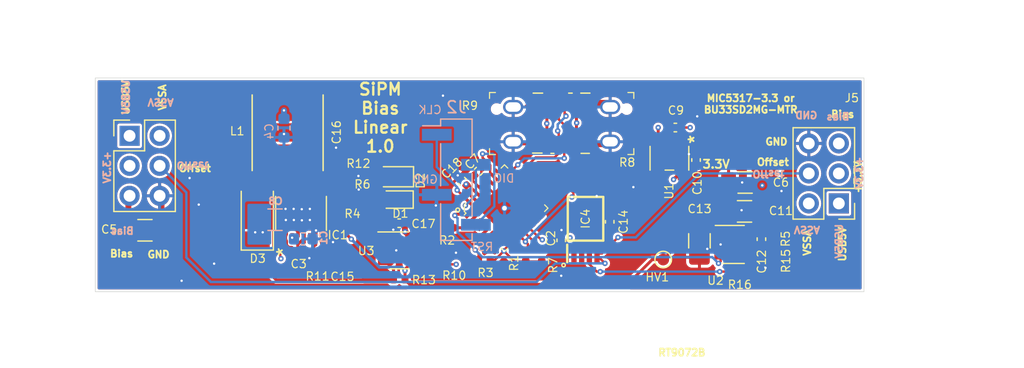
<source format=kicad_pcb>
(kicad_pcb (version 20211014) (generator pcbnew)
  (layers (0 "F.Cu" signal) (1 "In1.Cu" signal "GND") (2 "In2.Cu" signal "PWR") (31 "B.Cu" signal) (34 "B.Paste" user) (35 "F.Paste" user) (36 "B.SilkS" user "B.Silkscreen") (37 "F.SilkS" user "F.Silkscreen") (38 "B.Mask" user) (39 "F.Mask" user) (44 "Edge.Cuts" user))
  (net 0 "")
  (net 1 "GND")
  (net 2 "/~{SHDN}")
  (net 3 "+5V")
  (net 4 "/SWDIO")
  (net 5 "/SWCLK")
  (net 6 "+3V3")
  (net 7 "Net-(C7-Pad1)")
  (net 8 "/RESET")
  (net 9 "/USB_DP")
  (net 10 "/BIAS")
  (net 11 "/SCL")
  (net 12 "/SDA")
  (net 13 "/USB_DN")
  (net 14 "/OFFSET")
  (net 15 "Net-(J4-PadB5)")
  (net 16 "Net-(J4-PadA5)")
  (net 18 "/gain")
  (net 19 "Net-(C12-Pad2)")
  (net 20 "Net-(C14-Pad2)")
  (net 51 "Net-(C3-Pad2)")
  (net 52 "Net-(C8-Pad1)")
  (net 53 "Net-(C15-Pad2)")
  (net 54 "Net-(C16-Pad2)")
  (net 55 "/FBX")
  (net 56 "Net-(D1-Pad2)")
  (net 57 "Net-(D3-Pad2)")
  (net 59 "Net-(IC1-Pad8)")
  (net 60 "Net-(IC1-Pad10)")
  (net 62 "/BOOST_OUT")
  (net 63 "/Boost_Gain")
  (net 64 "/LDO_SHDN")
  (footprint "footprints:R_0402_1005Metric" (layer "F.Cu") (at 181.262936 103.20432)
    (fp_text reference "R6")
    (fp_text value "52.3k")
  )
  (footprint "footprints:R_0402_1005Metric" (layer "F.Cu") (at 189.922 109.04 90)
    (fp_text reference "R10")
    (fp_text value "5.1k")
  )
  (footprint "footprints:R_0402_1005Metric" (layer "F.Cu") (at 205.197 102.065)
    (fp_text reference "R8")
    (fp_text value "5.1k")
  )
  (footprint "footprints:R_0402_1005Metric" (layer "F.Cu") (at 189.992 106.426 180)
    (fp_text reference "R2")
    (fp_text value "69.8k")
  )
  (footprint "footprints:R_0402_1005Metric" (layer "F.Cu") (at 191.897 94.915 180)
    (fp_text reference "R9")
    (fp_text value "5.1k")
  )
  (footprint "footprints:R_0402_1005Metric" (layer "F.Cu") (at 197.972 108.8 90)
    (fp_text reference "R7")
    (fp_text value "5.1k")
  )
  (footprint "footprints:LT8364IMSE-PBF" (layer "F.Cu") (at 177.618536 105.21022 90)
    (fp_text reference "IC1")
    (fp_text value "LT8364EMSE#TRPBF" hide)
  )
  (footprint "Capacitor_SMD:C_0402_1005Metric" (layer "F.Cu") (at 192.622 101.64 45)
    (fp_text reference "C7")
    (fp_text value "2.2u")
  )
  (footprint "Capacitor_SMD:C_0402_1005Metric" (layer "F.Cu") (at 199.622 107.49 90)
    (fp_text reference "C2")
    (fp_text value "2.2u")
  )
  (footprint "footprints:R_0402_1005Metric" (layer "F.Cu") (at 196.622 108.79 90)
    (fp_text reference "R1")
    (fp_text value "5.1k")
  )
  (footprint "footprints:QFN-32-1EP_5x5mm_Pitch0.5mm" (layer "F.Cu") (at 195.508228 104.71759 45)
    (fp_text reference "IC2" hide)
    (fp_text value "ATSAMD21E18A-MUT" hide)
  )
  (footprint "footprints:IND_ETQP4M3R3KFN" (layer "F.Cu") (at 176.487936 98.38182 90)
    (fp_text reference "L1")
    (fp_text value "3.3uH")
  )
  (footprint "digikey-footprints:USB-C_Female_Vert_DX07S024WJ3R400" (layer "F.Cu") (at 199.65924 96.37268)
    (fp_text reference "J4" hide)
    (fp_text value "DX07S024WJ3R400" hide)
  )
  (footprint "Capacitor_SMD:C_0402_1005Metric" (layer "F.Cu") (at 209.272 97.94 180)
    (fp_text reference "C9")
    (fp_text value "2.2u")
  )
  (footprint "footprints:R_0402_1005Metric" (layer "F.Cu") (at 185.9275 110.819 180)
    (fp_text reference "R13")
    (fp_text value "0.68")
  )
  (footprint "footprints:R_0402_1005Metric" (layer "F.Cu") (at 179.332536 109.02092 90)
    (fp_text reference "R11")
    (fp_text value "36.5k")
  )
  (footprint "Diode_SMD:D_SOD-128" (layer "F.Cu") (at 173.922336 105.23632 90)
    (fp_text reference "D3")
    (fp_text value "PMEG6030EP")
  )
  (footprint "footprints:PinHeader_2x03_P2.54mm_Vertical" (layer "F.Cu") (at 163.122 98.64)
    (fp_text reference "J3" hide)
    (fp_text value "Conn_01x06")
  )
  (footprint "footprints:R_0402_1005Metric" (layer "F.Cu") (at 193.122 109.14)
    (fp_text reference "R3")
    (fp_text value "5.1k")
  )
  (footprint "Capacitor_SMD:C_0402_1005Metric" (layer "F.Cu") (at 216.55 107.39 -90)
    (fp_text reference "C12")
    (fp_text value "25pF")
  )
  (footprint "footprints:R_0402_1005Metric" (layer "F.Cu") (at 217.65 109.43 -90)
    (fp_text reference "R15")
    (fp_text value "48.7k")
  )
  (footprint "Capacitor_SMD:C_0402_1005Metric" (layer "F.Cu") (at 211.022 100.69 90)
    (fp_text reference "C10")
    (fp_text value "2.2u")
  )
  (footprint "Capacitor_SMD:C_1206_3216Metric" (layer "F.Cu") (at 164.422 106.64)
    (fp_text reference "C5")
    (fp_text value "2.2uF")
  )
  (footprint "Diode_SMD:D_SOD-323F" (layer "F.Cu") (at 185.634 102.106 180)
    (fp_text reference "D2")
    (fp_text value "1N4148WS")
  )
  (footprint "footprints:C_0402_1005Metric" (layer "F.Cu") (at 180.348536 109.02092 -90)
    (fp_text reference "C15")
    (fp_text value "2.2n")
  )
  (footprint "footprints:C_0402_1005Metric" (layer "F.Cu") (at 180.656536 100.46372 -90)
    (fp_text reference "C16")
    (fp_text value "10n")
  )
  (footprint "Capacitor_SMD:C_0402_1005Metric" (layer "F.Cu") (at 185.922 106.04 180)
    (fp_text reference "C17")
    (fp_text value "2.2u")
  )
  (footprint "footprints:MIC5317-3.3YM5-TR" (layer "F.Cu") (at 208.772 100.54 -90)
    (fp_text reference "U1")
    (fp_text value "MIC5317-3.3YM5-TR" hide)
  )
  (footprint "Package_TO_SOT_SMD:SOT-23-6" (layer "F.Cu") (at 185.922 108.34)
    (fp_text reference "U3")
    (fp_text value "MCP6C02T-020E/CHY")
  )
  (footprint "Capacitor_SMD:C_1206_3216Metric" (layer "F.Cu") (at 215.122 105.04 180)
    (fp_text reference "C11")
    (fp_text value "2.2uF")
  )
  (footprint "footprints:C_0402_1005Metric" (layer "F.Cu") (at 177.884736 108.46212 180)
    (fp_text reference "C3")
    (fp_text value "1u")
  )
  (footprint "footprints:R_0402_1005Metric" (layer "F.Cu") (at 180.602536 104.94372 90)
    (fp_text reference "R4")
    (fp_text value "1M")
  )
  (footprint "Capacitor_SMD:C_1206_3216Metric" (layer "F.Cu") (at 211.308 107.53 -90)
    (fp_text reference "C13")
    (fp_text value "2.2uF")
  )
  (footprint "Capacitor_SMD:C_1206_3216Metric" (layer "F.Cu") (at 215.172 102.59 180)
    (fp_text reference "C6")
    (fp_text value "2.2uF")
  )
  (footprint "footprints:R_0402_1005Metric" (layer "F.Cu") (at 214.622 110.18 180)
    (fp_text reference "R16")
    (fp_text value "48.7k")
  )
  (footprint "Capacitor_SMD:C_0402_1005Metric" (layer "F.Cu") (at 203.722 105.92 -90)
    (fp_text reference "C14")
    (fp_text value "2.2u")
  )
  (footprint "TestPoint:TestPoint_Pad_D1.0mm" (layer "F.Cu") (at 208.247 109.115)
    (fp_text reference "HV1")
    (fp_text value "TestPoint")
  )
  (footprint "Package_TO_SOT_SMD:SOT-23-5" (layer "F.Cu") (at 214.2 107.84)
    (fp_text reference "U2")
    (fp_text value "RT9072B")
  )
  (footprint "footprints:R_0402_1005Metric" (layer "F.Cu") (at 217.6 107.39 -90)
    (fp_text reference "R5")
    (fp_text value "1M")
  )
  (footprint "footprints:PinHeader_2x03_P2.54mm_Vertical" (layer "F.Cu") (at 223.097 104.365 180)
    (fp_text reference "J5")
    (fp_text value "Conn_01x06")
  )
  (footprint "Capacitor_SMD:C_0402_1005Metric" (layer "F.Cu") (at 191.272 102.49 -45)
    (fp_text reference "C18")
    (fp_text value "2.2u")
  )
  (footprint "footprints:SOP65P640X120-8N" (layer "F.Cu") (at 201.676 105.664 90)
    (fp_text reference "IC4")
    (fp_text value "MCP47FEB22A2-E_ST" hide)
  )
  (footprint "footprints:R_0402_1005Metric" (layer "F.Cu") (at 181.288336 102.03592)
    (fp_text reference "R12")
    (fp_text value "45.3k")
  )
  (footprint "Diode_SMD:D_0603_1608Metric" (layer "F.Cu") (at 185.622 104.04 180)
    (fp_text reference "D1")
    (fp_text value "TSZU52C4V7")
  )
  (footprint "footprints:C_0603_1608Metric" (layer "B.Cu") (at 176.177736 97.98792 -90)
    (fp_text reference "C4")
    (fp_text value "22u" hide)
  )
  (footprint "Capacitor_SMD:C_1206_3216Metric" (layer "B.Cu") (at 175.420936 105.74432)
    (fp_text reference "C8")
    (fp_text value "2.2uF" hide)
  )
  (footprint "footprints:C_0603_1608Metric" (layer "B.Cu") (at 177.808536 107.36992)
    (fp_text reference "C1")
    (fp_text value "22u" hide)
  )
  (footprint "Connector_PinHeader_2.54mm:PinHeader_1x04_P2.54mm_Vertical_SMD_Pin1Right" (layer "B.Cu") (at 190.754 102.362 180)
    (fp_text reference "J2")
    (fp_text value "Conn_01x04")
  )
  (gr_circle (center 199.822 109.59) (end 199.947 109.665) (layer "F.SilkS") (width 0.12) (fill none))
  (gr_line (start 200.25 95.025) (end 200.55 95.025) (layer "F.SilkS") (width 0.12))
  (gr_line (start 198.75 100.125) (end 199 100.125) (layer "F.SilkS") (width 0.12))
  (gr_circle (center 190.872 104.915) (end 190.997 105.015) (layer "F.SilkS") (width 0.12) (fill none))
  (gr_line (start 197.25 95.025) (end 198.05 95.025) (layer "F.SilkS") (width 0.12))
  (gr_line (start 197.2 100.1) (end 198 100.1) (layer "F.SilkS") (width 0.12))
  (gr_line (start 201.275 95.025) (end 202.05 95.025) (layer "F.SilkS") (width 0.12))
  (gr_line (start 201.3 100.125) (end 202 100.125) (layer "F.SilkS") (width 0.12))
  (gr_rect (start 225.222 111.84) (end 160.222 93.74) (layer "Edge.Cuts") (width 0.05) (fill none))
  (gr_text "RST" (at 192.922 108.04) (layer "B.SilkS") (effects (font (size 0.7 0.7) (thickness 0.1)) (justify mirror)))
  (gr_text "GND" (at 188.122 102.34) (layer "B.SilkS") (effects (font (size 0.7 0.7) (thickness 0.1)) (justify mirror)))
  (gr_text "Bias" (at 223.022 97.015) (layer "B.SilkS") (effects (font (size 0.6 0.6)) (justify mirror)))
  (gr_text "+3.3V" (at 161.222 101.315 90) (layer "B.SilkS") (effects (font (size 0.6 0.6)) (justify mirror)))
  (gr_text "GND" (at 220.347 96.915) (layer "B.SilkS") (effects (font (size 0.6 0.6)) (justify mirror)))
  (gr_text "Offset" (at 168.447 101.14 180) (layer "B.SilkS") (effects (font (size 0.6 0.6)) (justify mirror)))
  (gr_text "CLK" (at 188.522 96.44) (layer "B.SilkS") (effects (font (size 0.7 0.7) (thickness 0.1)) (justify mirror)))
  (gr_text "+3.3V" (at 224.822 101.765 90) (layer "B.SilkS") (effects (font (size 0.6 0.6)) (justify mirror)))
  (gr_text "VSSA" (at 220.397 106.59 180) (layer "B.SilkS") (effects (font (size 0.6 0.6)) (justify mirror)))
  (gr_text "DIO" (at 194.772 102.24) (layer "B.SilkS") (effects (font (size 0.7 0.7) (thickness 0.1)) (justify mirror)))
  (gr_text "Offset" (at 217.147 101.865 180) (layer "B.SilkS") (effects (font (size 0.6 0.6)) (justify mirror)))
  (gr_text "Bias" (at 162.497 106.69) (layer "B.SilkS") (effects (font (size 0.6 0.6)) (justify mirror)))
  (gr_text "USB5V" (at 223.122 107.565 90) (layer "B.SilkS") (effects (font (size 0.6 0.6)) (justify mirror)))
  (gr_text "USB5V" (at 162.822 95.365 90) (layer "B.SilkS") (effects (font (size 0.6 0.6)) (justify mirror)))
  (gr_text "VSSA" (at 165.747 95.79 180) (layer "B.SilkS") (effects (font (size 0.6 0.6)) (justify mirror)))
  (gr_text "USB5V" (at 162.797 95.39 90) (layer "F.SilkS") (effects (font (size 0.6 0.6))))
  (gr_text "VSSA" (at 220.422 107.69 90) (layer "F.SilkS") (effects (font (size 0.6 0.6))))
  (gr_text "Bias" (at 162.447 108.615) (layer "F.SilkS") (effects (font (size 0.6 0.6))))
  (gr_text "+3.3V" (at 224.722 102.14 90) (layer "F.SilkS") (effects (font (size 0.6 0.6))))
  (gr_text "GND" (at 165.572 108.69) (layer "F.SilkS") (effects (font (size 0.6 0.6))))
  (gr_text "GND" (at 217.822 99.14) (layer "F.SilkS") (effects (font (size 0.6 0.6))))
  (gr_text "Bias" (at 223.422 96.815) (layer "F.SilkS") (effects (font (size 0.6 0.6))))
  (gr_text "SiPM\nBias\nLinear\n1.0" (at 184.322 97.115) (layer "F.SilkS") (effects (font (size 1 1) (thickness 0.2))))
  (gr_text "Offset" (at 168.647 101.39) (layer "F.SilkS") (effects (font (size 0.6 0.6))))
  (gr_text "VSSA" (at 165.897 95.39 90) (layer "F.SilkS") (effects (font (size 0.6 0.6))))
  (gr_text "MIC5317-3.3 or\nBU33SD2MG-MTR" (at 215.647 95.94) (layer "F.SilkS") (effects (font (size 0.6 0.6))))
  (gr_text "Offset" (at 217.522 100.865) (layer "F.SilkS") (effects (font (size 0.6 0.6))))
  (gr_text "USB5V" (at 223.397 107.815 90) (layer "F.SilkS") (effects (font (size 0.6 0.6))))
  (gr_text "RT9072B" (at 209.822 116.99) (layer "F.SilkS") (effects (font (size 0.6 0.6))))
  (gr_text "3.3V" (at 212.722 101.04) (layer "F.SilkS") (effects (font (size 0.7 0.7))))
  (segment (start 195.68854 107.40106) (end 194.822334 106.534854) (width 0.2) (layer "F.Cu") (net 1))
  (segment (start 193.249022 102.840221) (end 194.822334 104.413533) (width 0.2) (layer "F.Cu") (net 1))
  (segment (start 195.55924 96.20268) (end 196.55424 96.20268) (width 0.2) (layer "F.Cu") (net 1))
  (segment (start 196.55424 96.20268) (end 196.90924 95.84768) (width 0.2) (layer "F.Cu") (net 1))
  (segment (start 196.90924 99.34768) (end 195.76424 99.34768) (width 0.2) (layer "F.Cu") (net 1))
  (segment (start 178.369736 108.46212) (end 178.369736 108.952264) (width 0.2) (layer "F.Cu") (net 1))
  (segment (start 208.772 99.17475) (end 208.772 97.92) (width 0.25) (layer "F.Cu") (net 1))
  (segment (start 205.722 102.9825) (end 205.722 102.2475) (width 0.25) (layer "F.Cu") (net 1))
  (segment (start 178.887022 106.478706) (end 177.618536 105.21022) (width 0.25) (layer "F.Cu") (net 1))
  (segment (start 182.472 102.04) (end 182.44572 102.01372) (width 0.2) (layer "F.Cu") (net 1))
  (segment (start 214.872 104.94) (end 213.622 104.94) (width 0.25) (layer "F.Cu") (net 1))
  (segment (start 208.772 99.17475) (end 208.772 99.9137) (width 0.25) (layer "F.Cu") (net 1))
  (segment (start 182.44572 102.01372) (end 181.795536 102.01372) (width 0.2) (layer "F.Cu") (net 1))
  (segment (start 209.0483 100.19) (end 210.422 100.19) (width 0.25) (layer "F.Cu") (net 1))
  (segment (start 202.651 103.611) (end 202.651 102.726) (width 0.2) (layer "F.Cu") (net 1))
  (segment (start 212.4 107.84) (end 213.904022 107.84) (width 0.5) (layer "F.Cu") (net 1))
  (segment (start 213.722 105.29) (end 213.722 102.64) (width 0.2) (layer "F.Cu") (net 1))
  (segment (start 214.922 102.59) (end 213.672 102.59) (width 0.25) (layer "F.Cu") (net 1))
  (segment (start 216.896 109.818) (end 216.993 109.915) (width 0.2) (layer "F.Cu") (net 1))
  (segment (start 178.869486 107.31842) (end 178.869486 107.869276) (width 0.25) (layer "F.Cu") (net 1))
  (segment (start 193.249022 102.840221) (end 192.861411 102.45261) (width 0.2) (layer "F.Cu") (net 1))
  (segment (start 210.442 100.21) (end 210.422 100.19) (width 0.25) (layer "F.Cu") (net 1))
  (segment (start 185.422 106.59) (end 185.422 106.11) (width 0.5) (layer "F.Cu") (net 1))
  (segment (start 202.60232 99.34768) (end 203.554239 99.34768) (width 0.5) (layer "F.Cu") (net 1))
  (segment (start 165.822 106.64) (end 165.822 103.88) (width 0.5) (layer "F.Cu") (net 1))
  (segment (start 180.348536 107.666536) (end 180.322 107.64) (width 0.2) (layer "F.Cu") (net 1))
  (segment (start 202.572 95.79) (end 202.62968 95.84768) (width 0.5) (layer "F.Cu") (net 1))
  (segment (start 192.861411 102.45261) (end 192.861411 101.350589) (width 0.2) (layer "F.Cu") (net 1))
  (segment (start 211.412 108.79) (end 212.362 107.84) (width 0.5) (layer "F.Cu") (net 1))
  (segment (start 178.369736 108.369026) (end 178.869486 107.869276) (width 0.2) (layer "F.Cu") (net 1))
  (segment (start 196.90924 98.57268) (end 196.90924 95.84768) (width 0.2) (layer "F.Cu") (net 1))
  (segment (start 203.722 105.44) (end 203.722 103.797) (width 0.2) (layer "F.Cu") (net 1))
  (segment (start 213.904022 107.84) (end 214.079511 107.664511) (width 0.5) (layer "F.Cu") (net 1))
  (segment (start 202.62968 95.84768) (end 203.404239 95.84768) (width 0.5) (layer "F.Cu") (net 1))
  (segment (start 178.369736 108.952264) (end 178.322 109) (width 0.2) (layer "F.Cu") (net 1))
  (segment (start 180.348536 108.53592) (end 180.348536 107.666536) (width 0.2) (layer "F.Cu") (net 1))
  (segment (start 178.887022 106.649402) (end 178.887022 106.478706) (width 0.25) (layer "F.Cu") (net 1))
  (segment (start 184.7845 108.34) (end 185.672 108.34) (width 0.5) (layer "F.Cu") (net 1))
  (segment (start 216.993 109.915) (end 217.65 109.915) (width 0.2) (layer "F.Cu") (net 1))
  (segment (start 181.747936 103.20432) (end 182.48268 103.20432) (width 0.2) (layer "F.Cu") (net 1))
  (segment (start 178.869486 106.666938) (end 178.887022 106.649402) (width 0.25) (layer "F.Cu") (net 1))
  (segment (start 191.412 94.915) (end 191.087 95.24) (width 0.2) (layer "F.Cu") (net 1))
  (segment (start 182.48268 103.20432) (end 182.497 103.19) (width 0.2) (layer "F.Cu") (net 1))
  (segment (start 189.922 108.555) (end 190.707 108.555) (width 0.2) (layer "F.Cu") (net 1))
  (segment (start 191.087 95.24) (end 189.622 95.24) (width 0.2) (layer "F.Cu") (net 1))
  (segment (start 214.079511 107.664511) (end 214.079511 105.397511) (width 0.5) (layer "F.Cu") (net 1))
  (segment (start 208.772 99.9137) (end 209.0483 100.19) (width 0.25) (layer "F.Cu") (net 1))
  (segment (start 202.55 99.4) (end 202.60232 99.34768) (width 0.5) (layer "F.Cu") (net 1))
  (segment (start 190.707 108.555) (end 190.722 108.54) (width 0.2) (layer "F.Cu") (net 1))
  (segment (start 196.90924 99.34768) (end 196.90924 98.57268) (width 0.2) (layer "F.Cu") (net 1))
  (segment (start 178.869486 107.31842) (end 178.869486 106.666938) (width 0.25) (layer "F.Cu") (net 1))
  (segment (start 211.022 100.21) (end 210.442 100.21) (width 0.25) (layer "F.Cu") (net 1))
  (segment (start 199.644 107.005) (end 199.644 106.618) (width 0.2) (layer "F.Cu") (net 1))
  (segment (start 203.722 103.797) (end 202.651 102.726) (width 0.2) (layer "F.Cu") (net 1))
  (segment (start 212.362 107.84) (end 212.4 107.84) (width 0.5) (layer "F.Cu") (net 1))
  (via (at 211.122 96.99) (size 0.45) (drill 0.2) (layers "F.Cu" "B.Cu") (net 1))
  (via (at 214.922 102.59) (size 0.45) (drill 0.2) (layers "F.Cu" "B.Cu") (net 1))
  (via (at 218.247 103.315) (size 0.45) (drill 0.2) (layers "F.Cu" "B.Cu") (net 1))
  (via (at 190.722 108.54) (size 0.45) (drill 0.2) (layers "F.Cu" "B.Cu") (net 1))
  (via (at 189.622 95.24) (size 0.45) (drill 0.2) (layers "F.Cu" "B.Cu") (net 1))
  (via (at 205.722 102.9825) (size 0.45) (drill 0.2) (layers "F.Cu" "B.Cu") (net 1))
  (via (at 177.012669 105.76972) (size 0.45) (drill 0.2) (layers "F.Cu" "B.Cu") (net 1))
  (via (at 177.690002 105.79512) (size 0.45) (drill 0.2) (layers "F.Cu" "B.Cu") (net 1))
  (via (at 176.335336 105.76972) (size 0.45) (drill 0.2) (layers "F.Cu" "B.Cu") (net 1))
  (via (at 178.367336 104.82992) (size 0.45) (drill 0.2) (layers "F.Cu" "B.Cu") (net 1))
  (via (at 185.422 106.59) (size 0.45) (drill 0.2) (layers "F.Cu" "B.Cu") (net 1))
  (via (at 176.995736 104.82992) (size 0.45) (drill 0.2) (layers "F.Cu" "B.Cu") (net 1))
  (via (at 210.422 100.19) (size 0.45) (drill 0.2) (layers "F.Cu" "B.Cu") (net 1))
  (via (at 170.272 109.465) (size 0.45) (drill 0.2) (layers "F.Cu" "B.Cu") (net 1))
  (via (at 178.322 109) (size 0.45) (drill 0.2) (layers "F.Cu" "B.Cu") (net 1))
  (via (at 176.309936 104.82992) (size 0.45) (drill 0.2) (layers "F.Cu" "B.Cu") (net 1))
  (via (at 185.672 108.34) (size 0.45) (drill 0.2) (layers "F.Cu" "B.Cu") (net 1))
  (via (at 216.896 109.818) (size 0.45) (drill 0.2) (layers "F.Cu" "B.Cu") (net 1))
  (via (at 178.367336 105.76972) (size 0.45) (drill 0.2) (layers "F.Cu" "B.Cu") (net 1))
  (via (at 182.497 103.19) (size 0.45) (drill 0.2) (layers "F.Cu" "B.Cu") (net 1))
  (via (at 211.972 108.215) (size 0.45) (drill 0.2) (layers "F.Cu" "B.Cu") (net 1))
  (via (at 177.681536 104.85532) (size 0.45) (drill 0.2) (layers "F.Cu" "B.Cu") (net 1))
  (via (at 189.022 104.54) (size 0.45) (drill 0.2) (layers "F.Cu" "B.Cu") (net 1))
  (via (at 168.197 102.215) (size 0.45) (drill 0.2) (layers "F.Cu" "B.Cu") (net 1))
  (via (at 214.872 104.94) (size 0.45) (drill 0.2) (layers "F.Cu" "B.Cu") (net 1))
  (via (at 167.522 110.915) (size 0.45) (drill 0.2) (layers "F.Cu" "B.Cu") (net 1))
  (via (at 168.972 104.465) (size 0.45) (drill 0.2) (layers "F.Cu" "B.Cu") (net 1))
  (via (at 213.1 107.84) (size 0.45) (drill 0.2) (layers "F.Cu" "B.Cu") (net 1))
  (via (at 199.622 110.49) (size 0.45) (drill 0.2) (layers "F.Cu" "B.Cu") (net 1))
  (via (at 182.472 102.04) (size 0.45) (drill 0.2) (layers "F.Cu" "B.Cu") (net 1))
  (via (at 199.644 106.618) (size 0.45) (drill 0.2) (layers "F.Cu" "B.Cu") (net 1))
  (via (at 202.622 103.74) (size 0.45) (drill 0.2) (layers "F.Cu" "B.Cu") (net 1))
  (via (at 180.580336 99.64552) (size 0.45) (drill 0.2) (layers "F.Cu" "B.Cu") (net 1))
  (via (at 176.177736 98.48792) (size 0.45) (drill 0.2) (layers "F.Cu" "B.Cu") (net 1))
  (via (at 180.322 107.64) (size 0.45) (drill 0.2) (layers "F.Cu" "B.Cu") (net 1))
  (via (at 178.887022 106.649402) (size 0.45) (drill 0.2) (layers "F.Cu" "B.Cu") (net 1))
  (via (at 190.872 101.99) (size 0.45) (drill 0.2) (layers "F.Cu" "B.Cu") (net 1))
  (segment (start 178.887022 106.649402) (end 178.596036 106.940388) (width 0.25) (layer "B.Cu") (net 1))
  (segment (start 189.022 104.54) (end 189.022 103.709) (width 0.2) (layer "B.Cu") (net 1))
  (segment (start 178.596036 106.940388) (end 178.596036 107.36992) (width 0.25) (layer "B.Cu") (net 1))
  (segment (start 189.922 109.525) (end 190.737 109.525) (width 0.2) (layer "F.Cu") (net 2))
  (segment (start 196.8224 106.3404) (end 197.922 107.44) (width 0.2) (layer "F.Cu") (net 2))
  (segment (start 190.737 109.525) (end 190.7375 109.5245) (width 0.2) (layer "F.Cu") (net 2))
  (segment (start 175.867206 107.31842) (end 175.867206 108.985206) (width 0.2) (layer "F.Cu") (net 2))
  (segment (start 175.867206 108.985206) (end 175.922 109.04) (width 0.2) (layer "F.Cu") (net 2))
  (segment (start 197.922 107.44) (end 198.022 107.44) (width 0.2) (layer "F.Cu") (net 2))
  (segment (start 196.7492 106.3404) (end 196.8224 106.3404) (width 0.2) (layer "F.Cu") (net 2))
  (via (at 175.922 109.04) (size 0.45) (drill 0.2) (layers "F.Cu" "B.Cu") (net 2))
  (via (at 198.022 107.44) (size 0.45) (drill 0.2) (layers "F.Cu" "B.Cu") (net 2))
  (via (at 190.7375 109.5245) (size 0.45) (drill 0.2) (layers "F.Cu" "B.Cu") (net 2))
  (segment (start 200.90924 97.38836) (end 200.90924 95.84768) (width 0.25) (layer "F.Cu") (net 3))
  (segment (start 200.90924 99.34768) (end 200.90924 97.38836) (width 0.25) (layer "F.Cu") (net 3))
  (segment (start 198.40924 99.34768) (end 198.40924 95.84768) (width 0.25) (layer "F.Cu") (net 3))
  (segment (start 186.402 106.7325) (end 186.41575 106.74625) (width 0.5) (layer "F.Cu") (net 3))
  (segment (start 186.41575 106.74625) (end 187.0595 107.39) (width 0.5) (layer "F.Cu") (net 3))
  (segment (start 209.752 97.94) (end 210.522 97.94) (width 0.2) (layer "F.Cu") (net 3))
  (segment (start 186.402 106.09) (end 186.402 106.7325) (width 0.5) (layer "F.Cu") (net 3))
  (segment (start 207.822 97.94) (end 207.821999 99.17475) (width 0.25) (layer "F.Cu") (net 3))
  (segment (start 209.722001 99.17475) (end 209.722001 97.969999) (width 0.25) (layer "F.Cu") (net 3))
  (via (at 198.4 97.6) (size 0.45) (drill 0.2) (layers "F.Cu" "B.Cu") (net 3))
  (via (at 200.925 97.55) (size 0.45) (drill 0.2) (layers "F.Cu" "B.Cu") (net 3))
  (via (at 186.41575 106.74625) (size 0.45) (drill 0.2) (layers "F.Cu" "B.Cu") (net 3))
  (via (at 207.822 97.94) (size 0.45) (drill 0.2) (layers "F.Cu" "B.Cu") (net 3))
  (via (at 176.177736 96.48792) (size 0.45) (drill 0.2) (layers "F.Cu" "B.Cu") (net 3))
  (via (at 176.868736 107.26832) (size 0.45) (drill 0.2) (layers "F.Cu" "B.Cu") (net 3))
  (via (at 210.522 97.94) (size 0.45) (drill 0.2) (layers "F.Cu" "B.Cu") (net 3))
  (segment (start 176.177736 97.20042) (end 176.177736 96.48792) (width 0.5) (layer "B.Cu") (net 3))
  (segment (start 191.807565 104.254435) (end 191.522 104.54) (width 0.2) (layer "F.Cu") (net 4))
  (via (at 191.522 104.54) (size 0.45) (drill 0.2) (layers "F.Cu" "B.Cu") (net 4))
  (segment (start 191.522 104.54) (end 192.409 103.653) (width 0.2) (layer "B.Cu") (net 4))
  (segment (start 192.409 103.653) (end 192.409 101.092) (width 0.2) (layer "B.Cu") (net 4))
  (segment (start 191.13692 103.55492) (end 190.822 103.24) (width 0.2) (layer "F.Cu") (net 5))
  (segment (start 191.8424 103.55492) (end 191.13692 103.55492) (width 0.2) (layer "F.Cu") (net 5))
  (segment (start 192.188362 103.900882) (end 191.8424 103.55492) (width 0.2) (layer "F.Cu") (net 5))
  (via (at 190.822 103.24) (size 0.45) (drill 0.2) (layers "F.Cu" "B.Cu") (net 5))
  (segment (start 190.822 103.24) (end 190.822 103) (width 0.2) (layer "B.Cu") (net 5))
  (segment (start 190.822 103) (end 189.099 101.277) (width 0.2) (layer "B.Cu") (net 5))
  (segment (start 189.099 101.277) (end 189.099 98.552) (width 0.2) (layer "B.Cu") (net 5))
  (segment (start 192.541915 103.547328) (end 191.734587 102.74) (width 0.2) (layer "F.Cu") (net 6))
  (segment (start 194.772 108.39) (end 195.667 109.285) (width 0.2) (layer "F.Cu") (net 6))
  (segment (start 193.607 109.14) (end 194.022 109.14) (width 0.2) (layer "F.Cu") (net 6))
  (segment (start 210.25675 101.90525) (end 210.972 101.19) (width 0.3) (layer "F.Cu") (net 6))
  (segment (start 209.55675 101.90525) (end 209.122 102.34) (width 0.3) (layer "F.Cu") (net 6))
  (segment (start 209.722001 101.90525) (end 209.55675 101.90525) (width 0.3) (layer "F.Cu") (net 6))
  (segment (start 199.644 107.975) (end 200.309 107.975) (width 0.2) (layer "F.Cu") (net 6))
  (segment (start 195.667 109.285) (end 197.972 109.285) (width 0.2) (layer "F.Cu") (net 6))
  (segment (start 209.722001 101.90525) (end 210.25675 101.90525) (width 0.3) (layer "F.Cu") (net 6))
  (segment (start 199.666847 107.97) (end 200.365248 107.271599) (width 0.2) (layer "F.Cu") (net 6))
  (segment (start 194.022 109.14) (end 194.772 108.39) (width 0.2) (layer "F.Cu") (net 6))
  (segment (start 194.772 108.317601) (end 194.772 108.39) (width 0.2) (layer "F.Cu") (net 6))
  (segment (start 195.334987 107.754614) (end 194.772 108.317601) (width 0.2) (layer "F.Cu") (net 6))
  (segment (start 200.309 107.975) (end 200.544 108.21) (width 0.2) (layer "F.Cu") (net 6))
  (via (at 194.772 108.39) (size 0.45) (drill 0.2) (layers "F.Cu" "B.Cu") (net 6))
  (via (at 191.572 102.74) (size 0.45) (drill 0.2) (layers "F.Cu" "B.Cu") (net 6))
  (via (at 209.122 102.34) (size 0.45) (drill 0.2) (layers "F.Cu" "B.Cu") (net 6))
  (via (at 200.365248 107.271599) (size 0.45) (drill 0.2) (layers "F.Cu" "B.Cu") (net 6))
  (segment (start 192.895468 103.193775) (end 192.15 102.448307) (width 0.2) (layer "F.Cu") (net 7))
  (segment (start 192.15 102.448307) (end 192.15 102.085) (width 0.2) (layer "F.Cu") (net 7))
  (segment (start 193.622878 101.142492) (end 192.9725 100.492114) (width 0.2) (layer "F.Cu") (net 8))
  (segment (start 193.610647 101.45397) (end 193.622878 101.441739) (width 0.2) (layer "F.Cu") (net 8))
  (segment (start 193.622878 101.441739) (end 193.622878 101.142492) (width 0.2) (layer "F.Cu") (net 8))
  (segment (start 193.956129 102.133115) (end 193.610647 101.787633) (width 0.2) (layer "F.Cu") (net 8))
  (segment (start 192.9725 100.492114) (end 192.9725 100.167498) (width 0.2) (layer "F.Cu") (net 8))
  (segment (start 193.610647 101.787633) (end 193.610647 101.45397) (width 0.2) (layer "F.Cu") (net 8))
  (via (at 192.9725 100.167498) (size 0.45) (drill 0.2) (layers "F.Cu" "B.Cu") (net 8))
  (segment (start 193.83852 100.167498) (end 193.963511 100.292489) (width 0.2) (layer "B.Cu") (net 8))
  (segment (start 192.9725 100.167498) (end 193.83852 100.167498) (width 0.2) (layer "B.Cu") (net 8))
  (segment (start 193.963511 100.292489) (end 193.963511 104.617489) (width 0.2) (layer "B.Cu") (net 8))
  (segment (start 193.963511 104.617489) (end 192.409 106.172) (width 0.2) (layer "B.Cu") (net 8))
  (segment (start 199.87768 100.54336) (end 199.87768 99.37924) (width 0.2) (layer "F.Cu") (net 9))
  (segment (start 195.334987 101.779561) (end 195.334987 101.712933) (width 0.2) (layer "F.Cu") (net 9))
  (segment (start 195.334987 101.712933) (end 195.95084 101.09708) (width 0.2) (layer "F.Cu") (net 9))
  (segment (start 199.925001 99.331919) (end 199.925001 97.763003) (width 0.2) (layer "F.Cu") (net 9))
  (segment (start 199.40924 97.247242) (end 199.40924 95.84768) (width 0.2) (layer "F.Cu") (net 9))
  (segment (start 199.925001 97.763003) (end 199.40924 97.247242) (width 0.2) (layer "F.Cu") (net 9))
  (via (at 199.87768 100.54336) (size 0.45) (drill 0.2) (layers "F.Cu" "B.Cu") (net 9))
  (via (at 195.95084 101.09708) (size 0.45) (drill 0.2) (layers "F.Cu" "B.Cu") (net 9))
  (segment (start 195.95084 101.09708) (end 196.497921 100.549999) (width 0.2) (layer "B.Cu") (net 9))
  (segment (start 199.871041 100.549999) (end 199.87768 100.54336) (width 0.2) (layer "B.Cu") (net 9))
  (segment (start 196.497921 100.549999) (end 199.871041 100.549999) (width 0.2) (layer "B.Cu") (net 9))
  (segment (start 215.3 106.702) (end 216.522 105.48) (width 0.5) (layer "F.Cu") (net 10))
  (segment (start 215.3 106.89) (end 217.585 106.89) (width 0.5) (layer "F.Cu") (net 10))
  (segment (start 163.022 106.64) (end 163.022 103.82) (width 0.5) (layer "F.Cu") (net 10))
  (segment (start 215.3 106.89) (end 215.3 106.702) (width 0.5) (layer "F.Cu") (net 10))
  (segment (start 216.622 104.94) (end 216.622 102.84) (width 0.2) (layer "F.Cu") (net 10))
  (via (at 216.622 102.84) (size 0.45) (drill 0.2) (layers "F.Cu" "B.Cu") (net 10))
  (segment (start 201.351 103.961) (end 198.723673 106.588327) (width 0.2) (layer "F.Cu") (net 11))
  (segment (start 198.723673 106.588327) (end 198.723673 108.040489) (width 0.2) (layer "F.Cu") (net 11))
  (segment (start 201.351 102.726) (end 201.351 103.961) (width 0.2) (layer "F.Cu") (net 11))
  (segment (start 198.449162 108.315) (end 197.8 108.315) (width 0.2) (layer "F.Cu") (net 11))
  (segment (start 196.395647 106.693953) (end 197.8 108.098306) (width 0.2) (layer "F.Cu") (net 11))
  (segment (start 198.723673 108.040489) (end 198.449162 108.315) (width 0.2) (layer "F.Cu") (net 11))
  (segment (start 200.6515 102.7755) (end 200.6515 103.696578) (width 0.2) (layer "F.Cu") (net 12))
  (segment (start 196.8 108.315) (end 196.8 107.805413) (width 0.2) (layer "F.Cu") (net 12))
  (segment (start 200.6515 103.696578) (end 200.5225 103.825578) (width 0.2) (layer "F.Cu") (net 12))
  (segment (start 196.597293 107.602707) (end 196.042094 107.047507) (width 0.2) (layer "F.Cu") (net 12))
  (segment (start 196.8 107.805413) (end 196.597293 107.602707) (width 0.2) (layer "F.Cu") (net 12))
  (via (at 200.5225 103.825578) (size 0.45) (drill 0.2) (layers "F.Cu" "B.Cu") (net 12))
  (via (at 196.597293 107.602707) (size 0.45) (drill 0.2) (layers "F.Cu" "B.Cu") (net 12))
  (segment (start 196.597293 107.602707) (end 196.597293 107.496291) (width 0.2) (layer "B.Cu") (net 12))
  (segment (start 200.268006 103.825578) (end 200.5225 103.825578) (width 0.2) (layer "B.Cu") (net 12))
  (segment (start 196.597293 107.496291) (end 200.268006 103.825578) (width 0.2) (layer "B.Cu") (net 12))
  (segment (start 199.325 98.225) (end 199.40924 98.30924) (width 0.2) (layer "F.Cu") (net 13))
  (segment (start 197.460923 100.474999) (end 196.167513 101.768409) (width 0.2) (layer "F.Cu") (net 13))
  (segment (start 200.025 96.975) (end 200.025 96.8) (width 0.2) (layer "F.Cu") (net 13))
  (segment (start 199.40924 99.34768) (end 199.40924 100.12268) (width 0.2) (layer "F.Cu") (net 13))
  (segment (start 196.167513 101.768409) (end 196.053246 101.768409) (width 0.2) (layer "F.Cu") (net 13))
  (segment (start 200.025 96.975) (end 199.90924 96.85924) (width 0.2) (layer "F.Cu") (net 13))
  (segment (start 199.90924 96.85924) (end 199.90924 95.84768) (width 0.2) (layer "F.Cu") (net 13))
  (segment (start 199.056921 100.474999) (end 197.460923 100.474999) (width 0.2) (layer "F.Cu") (net 13))
  (segment (start 199.40924 100.12268) (end 199.056921 100.474999) (width 0.2) (layer "F.Cu") (net 13))
  (segment (start 199.40924 98.30924) (end 199.40924 99.34768) (width 0.2) (layer "F.Cu") (net 13))
  (segment (start 196.053246 101.768409) (end 195.68854 102.133115) (width 0.2) (layer "F.Cu") (net 13))
  (via (at 199.325 98.225) (size 0.45) (drill 0.2) (layers "F.Cu" "B.Cu") (net 13))
  (via (at 200.025 96.975) (size 0.45) (drill 0.2) (layers "F.Cu" "B.Cu") (net 13))
  (segment (start 199.325 98.225) (end 199.325 97.675) (width 0.2) (layer "B.Cu") (net 13))
  (segment (start 199.325 97.675) (end 200.025 96.975) (width 0.2) (layer "B.Cu") (net 13))
  (segment (start 204.422 107.24) (end 203.06 108.602) (width 0.2) (layer "F.Cu") (net 14))
  (segment (start 202.651 108.769) (end 203.322 109.44) (width 0.2) (layer "F.Cu") (net 14))
  (segment (start 203.06 108.602) (end 202.651 108.602) (width 0.2) (layer "F.Cu") (net 14))
  (via (at 204.422 107.24) (size 0.45) (drill 0.2) (layers "F.Cu" "B.Cu") (net 14))
  (via (at 203.322 109.44) (size 0.45) (drill 0.2) (layers "F.Cu" "B.Cu") (net 14))
  (segment (start 205.922 107.24) (end 204.422 107.24) (width 0.2) (layer "B.Cu") (net 14))
  (segment (start 211.337 101.825) (end 205.922 107.24) (width 0.2) (layer "B.Cu") (net 14))
  (segment (start 220.557 101.825) (end 211.337 101.825) (width 0.2) (layer "B.Cu") (net 14))
  (segment (start 199.113299 109.44) (end 197.538299 111.015) (width 0.2) (layer "B.Cu") (net 14))
  (segment (start 167.922 108.94) (end 167.922 103.44) (width 0.2) (layer "B.Cu") (net 14))
  (segment (start 197.538299 111.015) (end 169.997 111.015) (width 0.2) (layer "B.Cu") (net 14))
  (segment (start 203.322 109.44) (end 199.113299 109.44) (width 0.2) (layer "B.Cu") (net 14))
  (segment (start 169.997 111.015) (end 167.922 108.94) (width 0.2) (layer "B.Cu") (net 14))
  (segment (start 167.922 103.44) (end 165.662 101.18) (width 0.2) (layer "B.Cu") (net 14))
  (segment (start 200.40924 99.34768) (end 200.40924 100.12268) (width 0.2) (layer "F.Cu") (net 15))
  (segment (start 200.40924 100.12268) (end 201.08656 100.8) (width 0.2) (layer "F.Cu") (net 15))
  (segment (start 203.624032 100.8) (end 204.712 101.887968) (width 0.2) (layer "F.Cu") (net 15))
  (segment (start 204.712 101.887968) (end 204.712 102.065) (width 0.2) (layer "F.Cu") (net 15))
  (segment (start 201.08656 100.8) (end 203.624032 100.8) (width 0.2) (layer "F.Cu") (net 15))
  (segment (start 198.90924 95.229078) (end 198.612394 94.932232) (width 0.2) (layer "F.Cu") (net 16))
  (segment (start 198.612394 94.932232) (end 198.076032 94.932232) (width 0.2) (layer "F.Cu") (net 16))
  (segment (start 198.90924 95.84768) (end 198.90924 95.229078) (width 0.2) (layer "F.Cu") (net 16))
  (segment (start 192.382 94.915) (end 192.43968 94.97268) (width 0.2) (layer "F.Cu") (net 16))
  (segment (start 192.43968 94.97268) (end 198.222 94.97268) (width 0.2) (layer "F.Cu") (net 16))
  (segment (start 213.022 110.14) (end 214.322 110.14) (width 0.2) (layer "F.Cu") (net 18))
  (segment (start 202.922 110.14) (end 202.6265 110.14) (width 0.2) (layer "F.Cu") (net 18))
  (segment (start 202.001 109.5145) (end 202.001 108.602) (width 0.2) (layer "F.Cu") (net 18))
  (segment (start 202.6265 110.14) (end 202.001 109.5145) (width 0.2) (layer "F.Cu") (net 18))
  (via (at 213.022 110.14) (size 0.45) (drill 0.2) (layers "F.Cu" "B.Cu") (net 18))
  (via (at 202.922 110.14) (size 0.45) (drill 0.2) (layers "F.Cu" "B.Cu") (net 18))
  (segment (start 202.922 110.14) (end 213.022 110.14) (width 0.2) (layer "B.Cu") (net 18))
  (segment (start 217.65 107.925) (end 217.6 107.875) (width 0.5) (layer "F.Cu") (net 19))
  (segment (start 215.107 108.983) (end 215.3 108.79) (width 0.5) (layer "F.Cu") (net 19))
  (segment (start 217.65 108.945) (end 217.65 107.925) (width 0.5) (layer "F.Cu") (net 19))
  (segment (start 216.55 107.875) (end 216.215 107.875) (width 0.5) (layer "F.Cu") (net 19))
  (segment (start 217.6 107.875) (end 216.55 107.875) (width 0.5) (layer "F.Cu") (net 19))
  (segment (start 216.215 107.875) (end 215.3 108.79) (width 0.5) (layer "F.Cu") (net 19))
  (segment (start 215.107 110.18) (end 215.107 108.983) (width 0.5) (layer "F.Cu") (net 19))
  (segment (start 202.5655 106.4) (end 203.722 106.4) (width 0.25) (layer "F.Cu") (net 20))
  (segment (start 201.351 108.602) (end 201.351 107.6145) (width 0.25) (layer "F.Cu") (net 20))
  (segment (start 201.351 107.6145) (end 202.5655 106.4) (width 0.25) (layer "F.Cu") (net 20))
  (segment (start 177.344877 108.407261) (end 177.344877 107.842269) (width 0.25) (layer "F.Cu") (net 51))
  (segment (start 177.344877 107.842269) (end 177.868726 107.31842) (width 0.25) (layer "F.Cu") (net 51))
  (segment (start 173.744536 106.81112) (end 173.744536 107.68622) (width 0.25) (layer "F.Cu") (net 52))
  (segment (start 173.922336 109.240336) (end 173.922336 107.43632) (width 0.25) (layer "F.Cu") (net 52))
  (segment (start 185.4425 109.948) (end 184.7845 109.29) (width 0.25) (layer "F.Cu") (net 52))
  (segment (start 182.843 110.819) (end 182.822 110.84) (width 0.25) (layer "F.Cu") (net 52))
  (segment (start 175.522 110.84) (end 182.822 110.84) (width 0.25) (layer "F.Cu") (net 52))
  (segment (start 185.4425 110.819) (end 182.843 110.819) (width 0.25) (layer "F.Cu") (net 52))
  (segment (start 185.4425 110.819) (end 185.4425 109.948) (width 0.25) (layer "F.Cu") (net 52))
  (segment (start 174.379536 106.81112) (end 174.379536 107.13922) (width 0.25) (layer "F.Cu") (net 52))
  (segment (start 175.522 110.84) (end 173.922336 109.240336) (width 0.25) (layer "F.Cu") (net 52))
  (via (at 173.744536 106.81112) (size 0.45) (drill 0.2) (layers "F.Cu" "B.Cu") (net 52))
  (via (at 174.379536 106.81112) (size 0.45) (drill 0.2) (layers "F.Cu" "B.Cu") (net 52))
  (segment (start 173.995536 106.27472) (end 174.379536 106.65872) (width 0.25) (layer "B.Cu") (net 52))
  (segment (start 173.995536 106.40772) (end 173.744536 106.65872) (width 0.25) (layer "B.Cu") (net 52))
  (segment (start 180.348536 109.50592) (end 179.332536 109.50592) (width 0.2) (layer "F.Cu") (net 53))
  (segment (start 178.369106 102.392894) (end 178.369106 103.10202) (width 0.2) (layer "F.Cu") (net 54))
  (segment (start 180.803336 100.99452) (end 179.957856 101.84) (width 0.2) (layer "F.Cu") (net 54))
  (segment (start 179.957856 101.84) (end 178.922 101.84) (width 0.2) (layer "F.Cu") (net 54))
  (segment (start 178.922 101.84) (end 178.369106 102.392894) (width 0.2) (layer "F.Cu") (net 54))
  (segment (start 186.4095 102.4305) (end 186.734 102.106) (width 0.25) (layer "F.Cu") (net 55))
  (segment (start 185.668 101.04) (end 186.734 102.106) (width 0.25) (layer "F.Cu") (net 55))
  (segment (start 183.322 102.04) (end 184.322 101.04) (width 0.25) (layer "F.Cu") (net 55))
  (segment (start 186.4095 104.04) (end 186.4095 102.4305) (width 0.25) (layer "F.Cu") (net 55))
  (segment (start 182.50328 104.45872) (end 183.322 103.64) (width 0.25) (layer "F.Cu") (net 55))
  (segment (start 180.602536 103.46072) (end 180.856536 103.20672) (width 0.25) (layer "F.Cu") (net 55))
  (segment (start 179.474566 103.20672) (end 179.369866 103.10202) (width 0.25) (layer "F.Cu") (net 55))
  (segment (start 184.322 101.04) (end 185.668 101.04) (width 0.25) (layer "F.Cu") (net 55))
  (segment (start 189.507 106.426) (end 188.7955 106.426) (width 0.2) (layer "F.Cu") (net 55))
  (segment (start 180.856536 103.20672) (end 179.474566 103.20672) (width 0.25) (layer "F.Cu") (net 55))
  (segment (start 180.602536 104.45872) (end 180.602536 103.46072) (width 0.25) (layer "F.Cu") (net 55))
  (segment (start 183.322 103.64) (end 183.322 102.04) (width 0.25) (layer "F.Cu") (net 55))
  (segment (start 188.7955 106.426) (end 186.4095 104.04) (width 0.2) (layer "F.Cu") (net 55))
  (segment (start 180.602536 104.45872) (end 182.50328 104.45872) (width 0.25) (layer "F.Cu") (net 55))
  (segment (start 184.8345 104.04) (end 184.8345 102.4065) (width 0.25) (layer "F.Cu") (net 56))
  (segment (start 184.7845 107.39) (end 184.7845 104.09) (width 0.25) (layer "F.Cu") (net 56))
  (segment (start 184.8345 102.4065) (end 184.534 102.106) (width 0.25) (layer "F.Cu") (net 56))
  (segment (start 175.867206 103.10202) (end 175.867206 101.55889) (width 0.25) (layer "F.Cu") (net 57))
  (segment (start 176.639766 103.33022) (end 176.867966 103.10202) (width 0.25) (layer "F.Cu") (net 57))
  (segment (start 173.788536 103.33022) (end 176.639766 103.33022) (width 0.25) (layer "F.Cu") (net 57))
  (segment (start 179.205536 108.45972) (end 179.369866 108.29539) (width 0.25) (layer "F.Cu") (net 59))
  (segment (start 179.369866 108.36052) (end 179.369866 107.38355) (width 0.25) (layer "F.Cu") (net 59))
  (segment (start 178.869486 103.10202) (end 178.869486 102.45752) (width 0.2) (layer "F.Cu") (net 60))
  (segment (start 180.599736 102.23952) (end 180.803336 102.03592) (width 0.2) (layer "F.Cu") (net 60))
  (segment (start 178.869486 102.45752) (end 179.087486 102.23952) (width 0.2) (layer "F.Cu") (net 60))
  (segment (start 179.087486 102.23952) (end 180.599736 102.23952) (width 0.2) (layer "F.Cu") (net 60))
  (segment (start 211.308 106.33) (end 211.868 106.89) (width 0.5) (layer "F.Cu") (net 62))
  (segment (start 207.322 109.115) (end 208.247 109.115) (width 0.25) (layer "F.Cu") (net 62))
  (segment (start 186.4125 110.819) (end 186.8085 111.215) (width 0.25) (layer "F.Cu") (net 62))
  (segment (start 180.722 106.24) (end 180.722 105.548184) (width 0.25) (layer "F.Cu") (net 62))
  (segment (start 208.247 109.115) (end 211.1 106.262) (width 0.25) (layer "F.Cu") (net 62))
  (segment (start 181.872 107.39) (end 180.722 106.24) (width 0.25) (layer "F.Cu") (net 62))
  (segment (start 186.4125 109.937) (end 187.0595 109.29) (width 0.25) (layer "F.Cu") (net 62))
  (segment (start 186.8085 111.215) (end 205.222 111.215) (width 0.25) (layer "F.Cu") (net 62))
  (segment (start 186.4125 110.819) (end 186.4125 110.0495) (width 0.25) (layer "F.Cu") (net 62))
  (segment (start 186.4125 110.0495) (end 186.4125 109.937) (width 0.25) (layer "F.Cu") (net 62))
  (segment (start 211.868 106.89) (end 213.1 106.89) (width 0.5) (layer "F.Cu") (net 62))
  (segment (start 205.222 111.215) (end 207.322 109.115) (width 0.25) (layer "F.Cu") (net 62))
  (segment (start 211.1 106.262) (end 211.176 106.262) (width 0.25) (layer "F.Cu") (net 62))
  (via (at 181.872 107.39) (size 0.45) (drill 0.2) (layers "F.Cu" "B.Cu") (net 62))
  (via (at 186.4125 110.0495) (size 0.45) (drill 0.2) (layers "F.Cu" "B.Cu") (net 62))
  (segment (start 184.247 109.765) (end 186.128 109.765) (width 0.25) (layer "B.Cu") (net 62))
  (segment (start 181.872 107.39) (end 184.247 109.765) (width 0.25) (layer "B.Cu") (net 62))
  (segment (start 186.128 109.765) (end 186.4125 110.0495) (width 0.25) (layer "B.Cu") (net 62))
  (segment (start 190.477 106.426) (end 192.102762 106.426) (width 0.25) (layer "F.Cu") (net 63))
  (segment (start 192.102762 106.426) (end 192.541915 105.986847) (width 0.25) (layer "F.Cu") (net 63))
  (segment (start 212.922 109.44) (end 213.1 109.262) (width 0.2) (layer "F.Cu") (net 64))
  (segment (start 192.637 108.5884) (end 192.3553 108.3067) (width 0.2) (layer "F.Cu") (net 64))
  (segment (start 213.1 109.262) (end 213.1 108.79) (width 0.2) (layer "F.Cu") (net 64))
  (segment (start 190.73186 105.27974) (end 191.834808 105.27974) (width 0.25) (layer "F.Cu") (net 64))
  (segment (start 192.637 109.14) (end 192.637 108.5884) (width 0.2) (layer "F.Cu") (net 64))
  (segment (start 190.627 105.3846) (end 190.73186 105.27974) (width 0.25) (layer "F.Cu") (net 64))
  (via (at 212.922 109.44) (size 0.45) (drill 0.2) (layers "F.Cu" "B.Cu") (net 64))
  (via (at 190.627 105.3846) (size 0.45) (drill 0.2) (layers "F.Cu" "B.Cu") (net 64))
  (via (at 192.3553 108.3067) (size 0.45) (drill 0.2) (layers "F.Cu" "B.Cu") (net 64))
  (segment (start 192.3553 108.3067) (end 190.854489 106.805889) (width 0.2) (layer "B.Cu") (net 64))
  (segment (start 190.854489 106.805889) (end 190.854489 105.612089) (width 0.2) (layer "B.Cu") (net 64))
  (segment (start 190.854489 105.612089) (end 190.627 105.3846) (width 0.2) (layer "B.Cu") (net 64))
  (segment (start 192.963101 108.914501) (end 192.3553 108.3067) (width 0.2) (layer "B.Cu") (net 64))
  (segment (start 212.922 109.44) (end 212.396501 108.914501) (width 0.2) (layer "B.Cu") (net 64))
  (segment (start 212.396501 108.914501) (end 192.963101 108.914501) (width 0.2) (layer "B.Cu") (net 64))
  (zone (net 1) (net_name "GND") (layer "F.Cu") (connect_pads (clearance 0.2)) (min_thickness 0.2) (fill yes (thermal_gap 0.25) (thermal_bridge_width 0.25))
    (polygon (pts (xy 238.754 87.2234) (xy 238.754 118.2234) (xy 157.422 118.091355) (xy 157.422 87.14)))
  )
  (zone (net 10) (net_name "/BIAS") (layer "F.Cu") (priority 1) (connect_pads yes (clearance 0.4)) (min_thickness 0.4) (fill yes (thermal_gap 0.508) (thermal_bridge_width 0.508))
    (polygon (pts (xy 217.897 107.29) (xy 214.822 107.29) (xy 214.822 106.09) (xy 215.722 105.615) (xy 215.722 101.365) (xy 217.897 101.365)))
  )
  (zone (net 57) (net_name "Net-(D3-Pad2)") (layer "F.Cu") (priority 1) (connect_pads yes (clearance 0.254)) (min_thickness 0.254) (fill yes (thermal_gap 0.508) (thermal_bridge_width 0.508))
    (polygon (pts (xy 177.1757 103.687933) (xy 172.8757 103.717133) (xy 172.877736 99.38792) (xy 177.177736 99.38792)))
  )
  (zone (net 1) (net_name "GND") (layer "B.Cu") (connect_pads (clearance 0.2)) (min_thickness 0.2) (fill yes (thermal_gap 0.25) (thermal_bridge_width 0.25))
    (polygon (pts (xy 229.422 87.14) (xy 229.634 118.2834) (xy 155.555259 118.305859) (xy 155.518259 87.162459)))
  )
  (zone (net 52) (net_name "Net-(C8-Pad1)") (layer "B.Cu") (priority 1) (connect_pads yes (clearance 0)) (min_thickness 0.254) (fill yes (thermal_gap 0.508) (thermal_bridge_width 0.508))
    (polygon (pts (xy 175.090736 107.85252) (xy 173.084136 107.85252) (xy 173.084136 104.39812) (xy 175.090736 104.39812)))
  )
)
</source>
